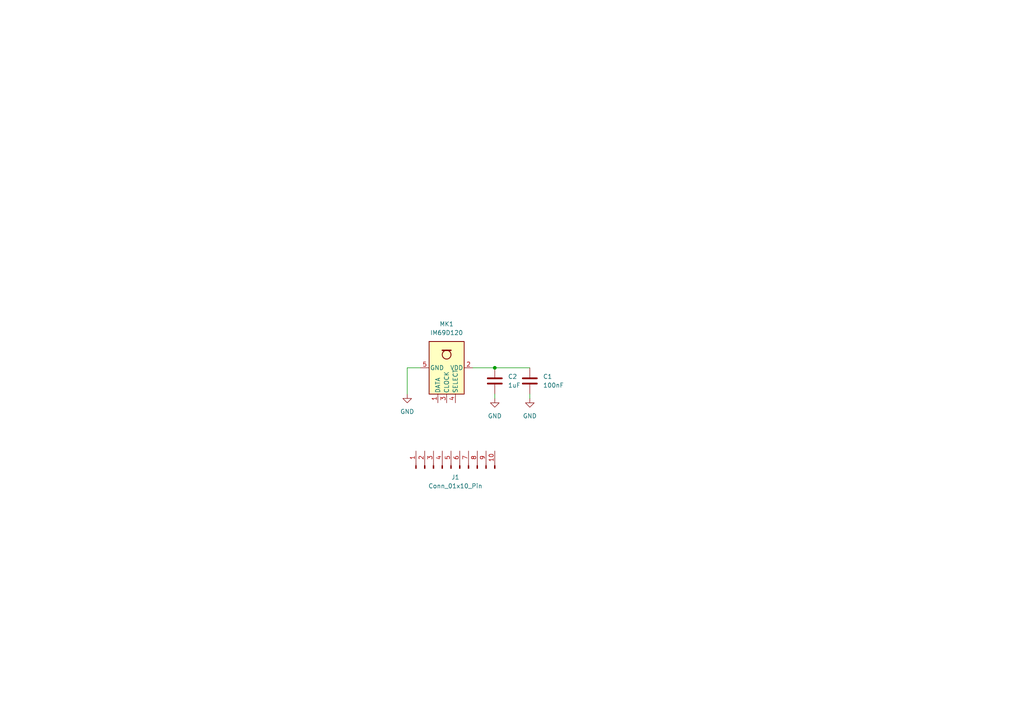
<source format=kicad_sch>
(kicad_sch (version 20250114) (generator "eeschema") (generator_version "9.0")
  (paper "A4")
  (lib_symbols
    (symbol "Connector:Conn_01x10_Pin" (pin_names (offset 1.016) (hide yes))
      (property "Reference" "J" (at 0 12.7 0))
      (property "Value" "Conn_01x10_Pin" (at 0 -15.24 0))
      (symbol "Conn_01x10_Pin_1_1"
        (rectangle (start 0.8636 10.287) (end 0 10.033) (stroke (width 0.1524)) (fill (type outline)))
        (rectangle (start 0.8636 7.747) (end 0 7.493) (stroke (width 0.1524)) (fill (type outline)))
        (rectangle (start 0.8636 5.207) (end 0 4.953) (stroke (width 0.1524)) (fill (type outline)))
        (rectangle (start 0.8636 2.667) (end 0 2.413) (stroke (width 0.1524)) (fill (type outline)))
        (rectangle (start 0.8636 0.127) (end 0 -0.127) (stroke (width 0.1524)) (fill (type outline)))
        (rectangle (start 0.8636 -2.413) (end 0 -2.667) (stroke (width 0.1524)) (fill (type outline)))
        (rectangle (start 0.8636 -4.953) (end 0 -5.207) (stroke (width 0.1524)) (fill (type outline)))
        (rectangle (start 0.8636 -7.493) (end 0 -7.747) (stroke (width 0.1524)) (fill (type outline)))
        (rectangle (start 0.8636 -10.033) (end 0 -10.287) (stroke (width 0.1524)) (fill (type outline)))
        (rectangle (start 0.8636 -12.573) (end 0 -12.827) (stroke (width 0.1524)) (fill (type outline)))
        (polyline (pts (xy 1.27 10.16) (xy 0.8636 10.16)) (stroke (width 0.1524)))
        (polyline (pts (xy 1.27 7.62) (xy 0.8636 7.62)) (stroke (width 0.1524)))
        (polyline (pts (xy 1.27 5.08) (xy 0.8636 5.08)) (stroke (width 0.1524)))
        (polyline (pts (xy 1.27 2.54) (xy 0.8636 2.54)) (stroke (width 0.1524)))
        (polyline (pts (xy 1.27 0) (xy 0.8636 0)) (stroke (width 0.1524)))
        (polyline (pts (xy 1.27 -2.54) (xy 0.8636 -2.54)) (stroke (width 0.1524)))
        (polyline (pts (xy 1.27 -5.08) (xy 0.8636 -5.08)) (stroke (width 0.1524)))
        (polyline (pts (xy 1.27 -7.62) (xy 0.8636 -7.62)) (stroke (width 0.1524)))
        (polyline (pts (xy 1.27 -10.16) (xy 0.8636 -10.16)) (stroke (width 0.1524)))
        (polyline (pts (xy 1.27 -12.7) (xy 0.8636 -12.7)) (stroke (width 0.1524)))
        (pin passive line (at 5.08 10.16 180) (length 3.81) (name "Pin_1") (number "1"))
        (pin passive line (at 5.08 7.62 180) (length 3.81) (name "Pin_2") (number "2"))
        (pin passive line (at 5.08 5.08 180) (length 3.81) (name "Pin_3") (number "3"))
        (pin passive line (at 5.08 2.54 180) (length 3.81) (name "Pin_4") (number "4"))
        (pin passive line (at 5.08 0 180) (length 3.81) (name "Pin_5") (number "5"))
        (pin passive line (at 5.08 -2.54 180) (length 3.81) (name "Pin_6") (number "6"))
        (pin passive line (at 5.08 -5.08 180) (length 3.81) (name "Pin_7") (number "7"))
        (pin passive line (at 5.08 -7.62 180) (length 3.81) (name "Pin_8") (number "8"))
        (pin passive line (at 5.08 -10.16 180) (length 3.81) (name "Pin_9") (number "9"))
        (pin passive line (at 5.08 -12.7 180) (length 3.81) (name "Pin_10") (number "10"))
      )
    )
    (symbol "Device:C" (pin_numbers (hide yes)) (pin_names (offset 0.254))
      (property "Reference" "C" (at 0.635 2.54 0))
      (property "Value" "C" (at 0.635 -2.54 0))
      (symbol "C_0_1"
        (polyline (pts (xy -2.032 0.762) (xy 2.032 0.762)) (stroke (width 0.508)))
        (polyline (pts (xy -2.032 -0.762) (xy 2.032 -0.762)) (stroke (width 0.508)))
      )
      (symbol "C_1_1"
        (pin passive line (at 0 3.81 270) (length 2.794) (name "~") (number "1"))
        (pin passive line (at 0 -3.81 90) (length 2.794) (name "~") (number "2"))
      )
    )
    (symbol "Sensor_Audio:IM69D120" (pin_names (offset 0.254))
      (property "Reference" "MK" (at -7.62 6.35 0))
      (property "Value" "IM69D120" (at 1.27 6.35 0))
      (symbol "IM69D120_0_1"
        (rectangle (start -7.62 5.08) (end 7.62 -5.08) (stroke (width 0.254)) (fill (type background)))
        (polyline (pts (xy -5.08 1.27) (xy -5.08 -1.27)) (stroke (width 0.381)))
        (circle (center -3.81 0) (radius 1.27) (stroke (width 0.254)))
      )
      (symbol "IM69D120_1_1"
        (pin power_in line (at 0 7.62 270) (length 2.54) (name "VDD") (number "2"))
        (pin power_in line (at 0 -7.62 90) (length 2.54) (name "GND") (number "5"))
        (pin input line (at 10.16 2.54 180) (length 2.54) (name "SELECT") (number "4"))
        (pin input line (at 10.16 0 180) (length 2.54) (name "CLOCK") (number "3"))
        (pin output line (at 10.16 -2.54 180) (length 2.54) (name "DATA") (number "1"))
      )
    )
    (symbol "power:GND" (power) (pin_numbers (hide yes)) (pin_names (offset 0) (hide yes))
      (property "Value" "GND" (at 0 -3.81 0))
      (symbol "GND_0_1"
        (polyline (pts (xy 0 0) (xy 0 -1.27) (xy 1.27 -1.27) (xy 0 -2.54) (xy -1.27 -1.27) (xy 0 -1.27)))
      )
      (symbol "GND_1_1"
        (pin power_in line (at 0 0 270) (length 0) (name "~") (number "1"))
      )
    )
  )
  (junction (at 143.51 106.68))
  (wire (pts (xy 121.92 106.68) (xy 118.11 106.68)))
  (wire (pts (xy 143.51 106.68) (xy 153.67 106.68)))
  (wire (pts (xy 153.67 115.57) (xy 153.67 114.3)))
  (wire (pts (xy 137.16 106.68) (xy 143.51 106.68)))
  (wire (pts (xy 118.11 106.68) (xy 118.11 114.3)))
  (wire (pts (xy 143.51 115.57) (xy 143.51 114.3)))
  (symbol (lib_id "Sensor_Audio:IM69D120") (at 129.54 106.68 270) (unit 1)
    (property "Reference" "MK1" (at 129.54 93.98 90))
    (property "Value" "IM69D120" (at 129.54 96.52 90))
    (property "Footprint" "Sensor_Audio:Infineon_PG-LLGA-5-1" (effects (hide yes)))
    (property "Datasheet" "https://www.infineon.com/dgdl/Infineon-IM69D120-DS-v01_00-EN.pdf?fileId=5546d462602a9dc801607a0e41a01a2b" (effects (hide yes)))
    (property "Description" "High performance digital XENSIV MEMS microphone, -26 dBFS Sensitivity, LLGA-5" (effects (hide yes)))
  )
  (symbol (lib_id "Device:C") (at 153.67 110.49 0) (unit 1)
    (property "Reference" "C1" (at 157.48 109.2199 0) (effects (justify left)))
    (property "Value" "100nF" (at 157.48 111.7599 0) (effects (justify left)))
    (property "Description" "Unpolarized capacitor" (effects (hide yes)))
  )
  (symbol (lib_id "Device:C") (at 143.51 110.49 0) (unit 1)
    (property "Reference" "C2" (at 147.32 109.2199 0) (effects (justify left)))
    (property "Value" "1uF" (at 147.32 111.7599 0) (effects (justify left)))
    (property "Description" "Unpolarized capacitor" (effects (hide yes)))
  )
  (symbol (lib_id "power:GND") (at 143.51 115.57 0) (unit 1)
    (property "Reference" "#PWR01" (effects (hide yes)))
    (property "Value" "GND" (at 143.51 120.65 0))
    (property "Description" "Power symbol creates a global label with name \"GND\" , ground" (effects (hide yes)))
  )
  (symbol (lib_id "power:GND") (at 118.11 114.3 0) (unit 1)
    (property "Reference" "#PWR03" (effects (hide yes)))
    (property "Value" "GND" (at 118.11 119.38 0))
    (property "Description" "Power symbol creates a global label with name \"GND\" , ground" (effects (hide yes)))
  )
  (symbol (lib_id "power:GND") (at 153.67 115.57 0) (unit 1)
    (property "Reference" "#PWR02" (effects (hide yes)))
    (property "Value" "GND" (at 153.67 120.65 0))
    (property "Description" "Power symbol creates a global label with name \"GND\" , ground" (effects (hide yes)))
  )
  (symbol (lib_id "Connector:Conn_01x10_Pin") (at 130.81 135.89 90) (unit 1)
    (property "Reference" "J1" (at 132.08 138.43 90))
    (property "Value" "Conn_01x10_Pin" (at 132.08 140.97 90))
    (property "Description" "Generic connector, single row, 01x10, script generated" (effects (hide yes)))
  )
)
</source>
